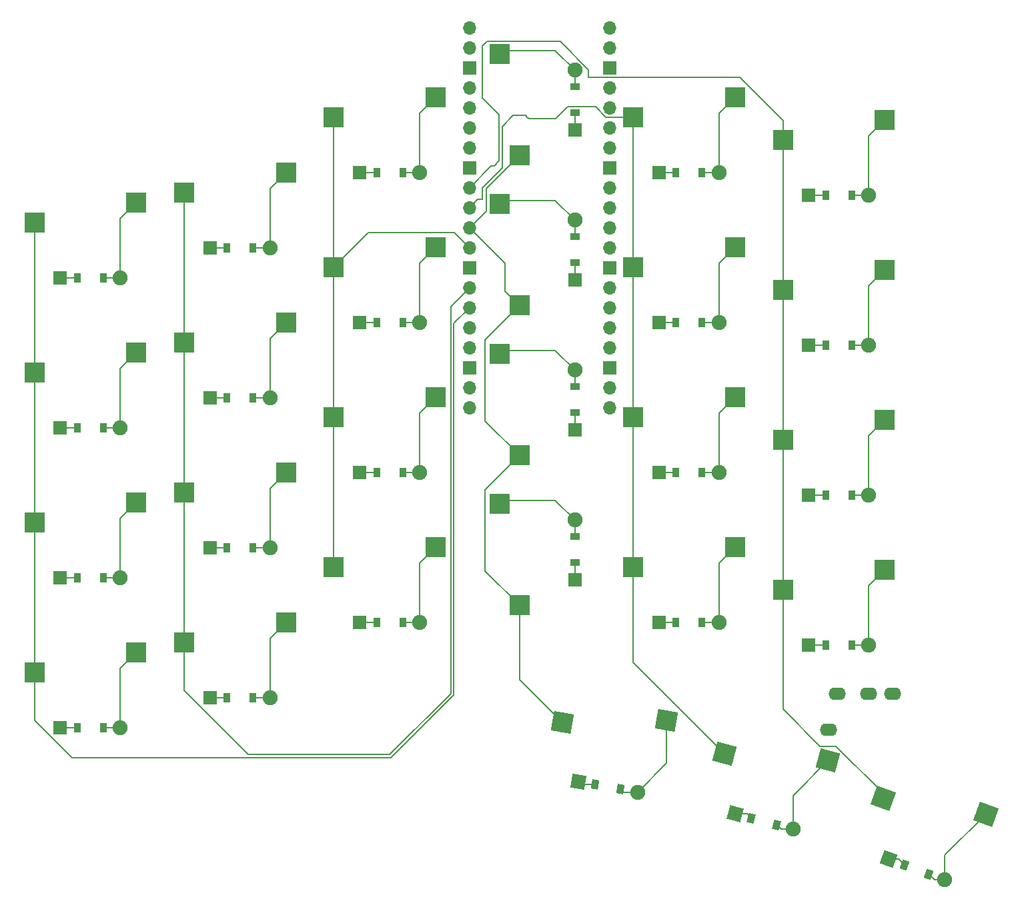
<source format=gbr>
%TF.GenerationSoftware,KiCad,Pcbnew,9.0.3-1.fc42*%
%TF.CreationDate,2025-08-21T15:21:57+02:00*%
%TF.ProjectId,left,6c656674-2e6b-4696-9361-645f70636258,v1.0.0*%
%TF.SameCoordinates,Original*%
%TF.FileFunction,Copper,L2,Bot*%
%TF.FilePolarity,Positive*%
%FSLAX46Y46*%
G04 Gerber Fmt 4.6, Leading zero omitted, Abs format (unit mm)*
G04 Created by KiCad (PCBNEW 9.0.3-1.fc42) date 2025-08-21 15:21:57*
%MOMM*%
%LPD*%
G01*
G04 APERTURE LIST*
G04 Aperture macros list*
%AMRotRect*
0 Rectangle, with rotation*
0 The origin of the aperture is its center*
0 $1 length*
0 $2 width*
0 $3 Rotation angle, in degrees counterclockwise*
0 Add horizontal line*
21,1,$1,$2,0,0,$3*%
G04 Aperture macros list end*
%TA.AperFunction,ComponentPad*%
%ADD10R,1.778000X1.778000*%
%TD*%
%TA.AperFunction,SMDPad,CuDef*%
%ADD11R,0.900000X1.200000*%
%TD*%
%TA.AperFunction,ComponentPad*%
%ADD12C,1.905000*%
%TD*%
%TA.AperFunction,SMDPad,CuDef*%
%ADD13R,2.550000X2.500000*%
%TD*%
%TA.AperFunction,SMDPad,CuDef*%
%ADD14R,2.500000X2.550000*%
%TD*%
%TA.AperFunction,ComponentPad*%
%ADD15O,1.700000X1.700000*%
%TD*%
%TA.AperFunction,ComponentPad*%
%ADD16R,1.700000X1.700000*%
%TD*%
%TA.AperFunction,SMDPad,CuDef*%
%ADD17R,1.200000X0.900000*%
%TD*%
%TA.AperFunction,ComponentPad*%
%ADD18RotRect,1.778000X1.778000X350.000000*%
%TD*%
%TA.AperFunction,SMDPad,CuDef*%
%ADD19RotRect,0.900000X1.200000X350.000000*%
%TD*%
%TA.AperFunction,SMDPad,CuDef*%
%ADD20RotRect,2.550000X2.500000X340.000000*%
%TD*%
%TA.AperFunction,SMDPad,CuDef*%
%ADD21RotRect,2.550000X2.500000X345.000000*%
%TD*%
%TA.AperFunction,ComponentPad*%
%ADD22RotRect,1.778000X1.778000X340.000000*%
%TD*%
%TA.AperFunction,SMDPad,CuDef*%
%ADD23RotRect,0.900000X1.200000X340.000000*%
%TD*%
%TA.AperFunction,ComponentPad*%
%ADD24RotRect,1.778000X1.778000X345.000000*%
%TD*%
%TA.AperFunction,SMDPad,CuDef*%
%ADD25RotRect,0.900000X1.200000X345.000000*%
%TD*%
%TA.AperFunction,SMDPad,CuDef*%
%ADD26RotRect,2.550000X2.500000X350.000000*%
%TD*%
%TA.AperFunction,ComponentPad*%
%ADD27O,2.200000X1.600000*%
%TD*%
%TA.AperFunction,Conductor*%
%ADD28C,0.200000*%
%TD*%
G04 APERTURE END LIST*
D10*
%TO.P,D16,1*%
%TO.N,GP20*%
X141190000Y-132110000D03*
D11*
X143350000Y-132110000D03*
%TO.P,D16,2*%
%TO.N,index_num*%
X146650000Y-132110000D03*
D12*
X148810000Y-132110000D03*
%TD*%
D13*
%TO.P,S20,1*%
%TO.N,GP6*%
X156915000Y-127927500D03*
%TO.P,S20,2*%
%TO.N,inner_num*%
X169842000Y-125387500D03*
%TD*%
D10*
%TO.P,D9,1*%
%TO.N,GP17*%
X103190000Y-189260000D03*
D11*
X105350000Y-189260000D03*
%TO.P,D9,2*%
%TO.N,ring_bottom*%
X108650000Y-189260000D03*
D12*
X110810000Y-189260000D03*
%TD*%
D10*
%TO.P,D15,1*%
%TO.N,GP19*%
X141190000Y-151160000D03*
D11*
X143350000Y-151160000D03*
%TO.P,D15,2*%
%TO.N,index_top*%
X146650000Y-151160000D03*
D12*
X148810000Y-151160000D03*
%TD*%
D13*
%TO.P,S17,1*%
%TO.N,GP6*%
X156915000Y-185077500D03*
%TO.P,S17,2*%
%TO.N,inner_bottom*%
X169842000Y-182537500D03*
%TD*%
D10*
%TO.P,D3,1*%
%TO.N,GP19*%
X65190000Y-164495000D03*
D11*
X67350000Y-164495000D03*
%TO.P,D3,2*%
%TO.N,outer_top*%
X70650000Y-164495000D03*
D12*
X72810000Y-164495000D03*
%TD*%
D10*
%TO.P,D13,1*%
%TO.N,GP17*%
X141190000Y-189260000D03*
D11*
X143350000Y-189260000D03*
%TO.P,D13,2*%
%TO.N,index_bottom*%
X146650000Y-189260000D03*
D12*
X148810000Y-189260000D03*
%TD*%
D14*
%TO.P,S24,1*%
%TO.N,GP8*%
X123460000Y-187082500D03*
%TO.P,S24,2*%
%TO.N,middle_bottom*%
X120920000Y-174155500D03*
%TD*%
D10*
%TO.P,D8,1*%
%TO.N,GP20*%
X84190000Y-141635000D03*
D11*
X86350000Y-141635000D03*
%TO.P,D8,2*%
%TO.N,pinky_num*%
X89650000Y-141635000D03*
D12*
X91810000Y-141635000D03*
%TD*%
D14*
%TO.P,S27,1*%
%TO.N,GP8*%
X123460000Y-129932500D03*
%TO.P,S27,2*%
%TO.N,middle_num*%
X120920000Y-117005500D03*
%TD*%
D15*
%TO.P,_1,1*%
%TO.N,GP0*%
X117110000Y-113717500D03*
%TO.P,_1,2*%
%TO.N,GP1*%
X117110000Y-116257500D03*
D16*
%TO.P,_1,3*%
%TO.N,GND*%
X117110000Y-118797500D03*
D15*
%TO.P,_1,4*%
%TO.N,GP2*%
X117110000Y-121337500D03*
%TO.P,_1,5*%
%TO.N,GP3*%
X117110000Y-123877500D03*
%TO.P,_1,6*%
%TO.N,GP4*%
X117110000Y-126417500D03*
%TO.P,_1,7*%
%TO.N,GP5*%
X117110000Y-128957500D03*
D16*
%TO.P,_1,8*%
%TO.N,GND*%
X117110000Y-131497500D03*
D15*
%TO.P,_1,9*%
%TO.N,GP6*%
X117110000Y-134037500D03*
%TO.P,_1,10*%
%TO.N,GP7*%
X117110000Y-136577500D03*
%TO.P,_1,11*%
%TO.N,GP8*%
X117110000Y-139117500D03*
%TO.P,_1,12*%
%TO.N,GP9*%
X117110000Y-141657500D03*
D16*
%TO.P,_1,13*%
%TO.N,GND*%
X117110000Y-144197500D03*
D15*
%TO.P,_1,14*%
%TO.N,GP10*%
X117110000Y-146737500D03*
%TO.P,_1,15*%
%TO.N,GP11*%
X117110000Y-149277500D03*
%TO.P,_1,16*%
%TO.N,GP12*%
X117110000Y-151817500D03*
%TO.P,_1,17*%
%TO.N,GP13*%
X117110000Y-154357500D03*
D16*
%TO.P,_1,18*%
%TO.N,GND*%
X117110000Y-156897500D03*
D15*
%TO.P,_1,19*%
%TO.N,GP14*%
X117110000Y-159437500D03*
%TO.P,_1,20*%
%TO.N,GP15*%
X117110000Y-161977500D03*
%TO.P,_1,21*%
%TO.N,GP16*%
X134890000Y-161977500D03*
%TO.P,_1,22*%
%TO.N,GP17*%
X134890000Y-159437500D03*
D16*
%TO.P,_1,23*%
%TO.N,GND*%
X134890000Y-156897500D03*
D15*
%TO.P,_1,24*%
%TO.N,GP18*%
X134890000Y-154357500D03*
%TO.P,_1,25*%
%TO.N,GP19*%
X134890000Y-151817500D03*
%TO.P,_1,26*%
%TO.N,GP20*%
X134890000Y-149277500D03*
%TO.P,_1,27*%
%TO.N,GP21*%
X134890000Y-146737500D03*
D16*
%TO.P,_1,28*%
%TO.N,GND*%
X134890000Y-144197500D03*
D15*
%TO.P,_1,29*%
%TO.N,GP22*%
X134890000Y-141657500D03*
%TO.P,_1,30*%
%TO.N,RUN*%
X134890000Y-139117500D03*
%TO.P,_1,31*%
%TO.N,GP26*%
X134890000Y-136577500D03*
%TO.P,_1,32*%
%TO.N,GP27*%
X134890000Y-134037500D03*
D16*
%TO.P,_1,33*%
%TO.N,AGND*%
X134890000Y-131497500D03*
D15*
%TO.P,_1,34*%
%TO.N,GP28*%
X134890000Y-128957500D03*
%TO.P,_1,35*%
%TO.N,ADC_VREF*%
X134890000Y-126417500D03*
%TO.P,_1,36*%
%TO.N,3V3*%
X134890000Y-123877500D03*
%TO.P,_1,37*%
%TO.N,3V3_EN*%
X134890000Y-121337500D03*
D16*
%TO.P,_1,38*%
%TO.N,GND*%
X134890000Y-118797500D03*
D15*
%TO.P,_1,39*%
%TO.N,VSYS*%
X134890000Y-116257500D03*
%TO.P,_1,40*%
%TO.N,VBUS*%
X134890000Y-113717500D03*
%TD*%
D13*
%TO.P,S7,1*%
%TO.N,GP10*%
X80915000Y-153645000D03*
%TO.P,S7,2*%
%TO.N,pinky_top*%
X93842000Y-151105000D03*
%TD*%
D10*
%TO.P,D11,1*%
%TO.N,GP19*%
X103190000Y-151160000D03*
D11*
X105350000Y-151160000D03*
%TO.P,D11,2*%
%TO.N,ring_top*%
X108650000Y-151160000D03*
D12*
X110810000Y-151160000D03*
%TD*%
D13*
%TO.P,S5,1*%
%TO.N,GP10*%
X80915000Y-191745000D03*
%TO.P,S5,2*%
%TO.N,pinky_bottom*%
X93842000Y-189205000D03*
%TD*%
%TO.P,S10,1*%
%TO.N,GP9*%
X99915000Y-163170000D03*
%TO.P,S10,2*%
%TO.N,ring_home*%
X112842000Y-160630000D03*
%TD*%
%TO.P,S18,1*%
%TO.N,GP6*%
X156915000Y-166027500D03*
%TO.P,S18,2*%
%TO.N,inner_home*%
X169842000Y-163487500D03*
%TD*%
D10*
%TO.P,D24,1*%
%TO.N,GP17*%
X130500000Y-183807500D03*
D17*
X130500000Y-181647500D03*
%TO.P,D24,2*%
%TO.N,middle_bottom*%
X130500000Y-178347500D03*
D12*
X130500000Y-176187500D03*
%TD*%
D10*
%TO.P,D6,1*%
%TO.N,GP18*%
X84190000Y-179735000D03*
D11*
X86350000Y-179735000D03*
%TO.P,D6,2*%
%TO.N,pinky_home*%
X89650000Y-179735000D03*
D12*
X91810000Y-179735000D03*
%TD*%
D13*
%TO.P,S11,1*%
%TO.N,GP9*%
X99915000Y-144120000D03*
%TO.P,S11,2*%
%TO.N,ring_top*%
X112842000Y-141580000D03*
%TD*%
D10*
%TO.P,D17,1*%
%TO.N,GP17*%
X160190000Y-192117500D03*
D11*
X162350000Y-192117500D03*
%TO.P,D17,2*%
%TO.N,inner_bottom*%
X165650000Y-192117500D03*
D12*
X167810000Y-192117500D03*
%TD*%
D13*
%TO.P,S12,1*%
%TO.N,GP9*%
X99915000Y-125070000D03*
%TO.P,S12,2*%
%TO.N,ring_num*%
X112842000Y-122530000D03*
%TD*%
%TO.P,S16,1*%
%TO.N,GP7*%
X137915000Y-125070000D03*
%TO.P,S16,2*%
%TO.N,index_num*%
X150842000Y-122530000D03*
%TD*%
D10*
%TO.P,D26,1*%
%TO.N,GP19*%
X130500000Y-145707500D03*
D17*
X130500000Y-143547500D03*
%TO.P,D26,2*%
%TO.N,middle_top*%
X130500000Y-140247500D03*
D12*
X130500000Y-138087500D03*
%TD*%
D13*
%TO.P,S8,1*%
%TO.N,GP10*%
X80915000Y-134595000D03*
%TO.P,S8,2*%
%TO.N,pinky_num*%
X93842000Y-132055000D03*
%TD*%
D10*
%TO.P,D5,1*%
%TO.N,GP17*%
X84190000Y-198785000D03*
D11*
X86350000Y-198785000D03*
%TO.P,D5,2*%
%TO.N,pinky_bottom*%
X89650000Y-198785000D03*
D12*
X91810000Y-198785000D03*
%TD*%
D14*
%TO.P,S25,1*%
%TO.N,GP8*%
X123460000Y-168032500D03*
%TO.P,S25,2*%
%TO.N,middle_home*%
X120920000Y-155105500D03*
%TD*%
D10*
%TO.P,D25,1*%
%TO.N,GP18*%
X130500000Y-164757500D03*
D17*
X130500000Y-162597500D03*
%TO.P,D25,2*%
%TO.N,middle_home*%
X130500000Y-159297500D03*
D12*
X130500000Y-157137500D03*
%TD*%
D18*
%TO.P,D21,1*%
%TO.N,GP16*%
X130941463Y-209485035D03*
D19*
X133068650Y-209860116D03*
%TO.P,D21,2*%
%TO.N,tuck_only*%
X136318516Y-210433154D03*
D12*
X138445703Y-210808235D03*
%TD*%
D10*
%TO.P,D20,1*%
%TO.N,GP20*%
X160190000Y-134967500D03*
D11*
X162350000Y-134967500D03*
%TO.P,D20,2*%
%TO.N,inner_num*%
X165650000Y-134967500D03*
D12*
X167810000Y-134967500D03*
%TD*%
D10*
%TO.P,D10,1*%
%TO.N,GP18*%
X103190000Y-170210000D03*
D11*
X105350000Y-170210000D03*
%TO.P,D10,2*%
%TO.N,ring_home*%
X108650000Y-170210000D03*
D12*
X110810000Y-170210000D03*
%TD*%
D10*
%TO.P,D27,1*%
%TO.N,GP20*%
X130500000Y-126657500D03*
D17*
X130500000Y-124497500D03*
%TO.P,D27,2*%
%TO.N,middle_num*%
X130500000Y-121197500D03*
D12*
X130500000Y-119037500D03*
%TD*%
D13*
%TO.P,S2,1*%
%TO.N,GP11*%
X61915000Y-176505000D03*
%TO.P,S2,2*%
%TO.N,outer_home*%
X74842000Y-173965000D03*
%TD*%
D20*
%TO.P,S23,1*%
%TO.N,GP6*%
X169625248Y-211606655D03*
%TO.P,S23,2*%
%TO.N,reach_only*%
X182641386Y-213641130D03*
%TD*%
D10*
%TO.P,D19,1*%
%TO.N,GP19*%
X160190000Y-154017500D03*
D11*
X162350000Y-154017500D03*
%TO.P,D19,2*%
%TO.N,inner_top*%
X165650000Y-154017500D03*
D12*
X167810000Y-154017500D03*
%TD*%
D10*
%TO.P,D18,1*%
%TO.N,GP18*%
X160190000Y-173067500D03*
D11*
X162350000Y-173067500D03*
%TO.P,D18,2*%
%TO.N,inner_home*%
X165650000Y-173067500D03*
D12*
X167810000Y-173067500D03*
%TD*%
D21*
%TO.P,S22,1*%
%TO.N,GP7*%
X149492058Y-205906766D03*
%TO.P,S22,2*%
%TO.N,center_only*%
X162635981Y-206799069D03*
%TD*%
D14*
%TO.P,S26,1*%
%TO.N,GP8*%
X123460000Y-148982500D03*
%TO.P,S26,2*%
%TO.N,middle_top*%
X120920000Y-136055500D03*
%TD*%
D10*
%TO.P,D4,1*%
%TO.N,GP20*%
X65190000Y-145445000D03*
D11*
X67350000Y-145445000D03*
%TO.P,D4,2*%
%TO.N,outer_num*%
X70650000Y-145445000D03*
D12*
X72810000Y-145445000D03*
%TD*%
D13*
%TO.P,S6,1*%
%TO.N,GP10*%
X80915000Y-172695000D03*
%TO.P,S6,2*%
%TO.N,pinky_home*%
X93842000Y-170155000D03*
%TD*%
D10*
%TO.P,D1,1*%
%TO.N,GP17*%
X65190000Y-202595000D03*
D11*
X67350000Y-202595000D03*
%TO.P,D1,2*%
%TO.N,outer_bottom*%
X70650000Y-202595000D03*
D12*
X72810000Y-202595000D03*
%TD*%
D10*
%TO.P,D2,1*%
%TO.N,GP18*%
X65190000Y-183545000D03*
D11*
X67350000Y-183545000D03*
%TO.P,D2,2*%
%TO.N,outer_home*%
X70650000Y-183545000D03*
D12*
X72810000Y-183545000D03*
%TD*%
D13*
%TO.P,S1,1*%
%TO.N,GP11*%
X61915000Y-195555000D03*
%TO.P,S1,2*%
%TO.N,outer_bottom*%
X74842000Y-193015000D03*
%TD*%
%TO.P,S14,1*%
%TO.N,GP7*%
X137915000Y-163170000D03*
%TO.P,S14,2*%
%TO.N,index_home*%
X150842000Y-160630000D03*
%TD*%
D10*
%TO.P,D12,1*%
%TO.N,GP20*%
X103190000Y-132110000D03*
D11*
X105350000Y-132110000D03*
%TO.P,D12,2*%
%TO.N,ring_num*%
X108650000Y-132110000D03*
D12*
X110810000Y-132110000D03*
%TD*%
D13*
%TO.P,S9,1*%
%TO.N,GP9*%
X99915000Y-182220000D03*
%TO.P,S9,2*%
%TO.N,ring_bottom*%
X112842000Y-179680000D03*
%TD*%
D22*
%TO.P,D23,1*%
%TO.N,GP16*%
X170294919Y-219342207D03*
D23*
X172324655Y-220080971D03*
%TO.P,D23,2*%
%TO.N,reach_only*%
X175425641Y-221209637D03*
D12*
X177455377Y-221948401D03*
%TD*%
D24*
%TO.P,D22,1*%
%TO.N,GP16*%
X150833380Y-213554515D03*
D25*
X152919779Y-214113567D03*
%TO.P,D22,2*%
%TO.N,center_only*%
X156107335Y-214967667D03*
D12*
X158193734Y-215526719D03*
%TD*%
D13*
%TO.P,S3,1*%
%TO.N,GP11*%
X61915000Y-157455000D03*
%TO.P,S3,2*%
%TO.N,outer_top*%
X74842000Y-154915000D03*
%TD*%
D10*
%TO.P,D7,1*%
%TO.N,GP19*%
X84190000Y-160685000D03*
D11*
X86350000Y-160685000D03*
%TO.P,D7,2*%
%TO.N,pinky_top*%
X89650000Y-160685000D03*
D12*
X91810000Y-160685000D03*
%TD*%
D13*
%TO.P,S4,1*%
%TO.N,GP11*%
X61915000Y-138405000D03*
%TO.P,S4,2*%
%TO.N,outer_num*%
X74842000Y-135865000D03*
%TD*%
D26*
%TO.P,S21,1*%
%TO.N,GP8*%
X128938703Y-201983291D03*
%TO.P,S21,2*%
%TO.N,tuck_only*%
X142110380Y-201726629D03*
%TD*%
D13*
%TO.P,S19,1*%
%TO.N,GP6*%
X156915000Y-146977500D03*
%TO.P,S19,2*%
%TO.N,inner_top*%
X169842000Y-144437500D03*
%TD*%
D10*
%TO.P,D14,1*%
%TO.N,GP18*%
X141190000Y-170210000D03*
D11*
X143350000Y-170210000D03*
%TO.P,D14,2*%
%TO.N,index_home*%
X146650000Y-170210000D03*
D12*
X148810000Y-170210000D03*
%TD*%
D13*
%TO.P,S15,1*%
%TO.N,GP7*%
X137915000Y-144120000D03*
%TO.P,S15,2*%
%TO.N,index_top*%
X150842000Y-141580000D03*
%TD*%
%TO.P,S13,1*%
%TO.N,GP7*%
X137915000Y-182220000D03*
%TO.P,S13,2*%
%TO.N,index_bottom*%
X150842000Y-179680000D03*
%TD*%
D27*
%TO.P,TRRS1,2*%
%TO.N,GND*%
X170800000Y-198317500D03*
%TO.P,TRRS1,3*%
%TO.N,GP1*%
X167800000Y-198317500D03*
%TO.P,TRRS1,4*%
%TO.N,3V3*%
X163800000Y-198317500D03*
%TO.P,TRRS1,5*%
%TO.N,GP0*%
X162700000Y-202917500D03*
%TD*%
D28*
%TO.N,GP11*%
X115151000Y-198476533D02*
X107191766Y-206435767D01*
X61915000Y-195555000D02*
X61915000Y-138405000D01*
X115151000Y-151236500D02*
X115151000Y-198476533D01*
X61915000Y-201700000D02*
X61915000Y-195555000D01*
X66650767Y-206435767D02*
X61915000Y-201700000D01*
X107191766Y-206435767D02*
X66650767Y-206435767D01*
X117110000Y-149277500D02*
X115151000Y-151236500D01*
%TO.N,outer_bottom*%
X74842000Y-193015000D02*
X72810000Y-195047000D01*
X72810000Y-202595000D02*
X70650000Y-202595000D01*
X72810000Y-195047000D02*
X72810000Y-202595000D01*
%TO.N,outer_home*%
X74842000Y-173965000D02*
X72810000Y-175997000D01*
X70650000Y-183545000D02*
X72810000Y-183545000D01*
X72810000Y-175997000D02*
X72810000Y-183545000D01*
%TO.N,outer_top*%
X74842000Y-154915000D02*
X72810000Y-156947000D01*
X72810000Y-164495000D02*
X70650000Y-164495000D01*
X72810000Y-156947000D02*
X72810000Y-164495000D01*
%TO.N,outer_num*%
X72810000Y-145445000D02*
X70650000Y-145445000D01*
X74842000Y-135865000D02*
X72810000Y-137897000D01*
X72810000Y-137897000D02*
X72810000Y-145445000D01*
%TO.N,GP10*%
X89059767Y-206034767D02*
X107025666Y-206034767D01*
X114750000Y-149097500D02*
X117110000Y-146737500D01*
X80915000Y-191745000D02*
X80915000Y-197890000D01*
X114750000Y-198310433D02*
X114750000Y-149097500D01*
X80915000Y-197890000D02*
X89059767Y-206034767D01*
X80915000Y-191745000D02*
X80915000Y-134595000D01*
X107025666Y-206034767D02*
X114750000Y-198310433D01*
%TO.N,pinky_bottom*%
X93842000Y-189205000D02*
X91810000Y-191237000D01*
X89650000Y-198785000D02*
X91810000Y-198785000D01*
X91810000Y-191237000D02*
X91810000Y-198785000D01*
%TO.N,pinky_home*%
X91810000Y-179735000D02*
X89650000Y-179735000D01*
X91810000Y-172187000D02*
X91810000Y-179735000D01*
X93842000Y-170155000D02*
X91810000Y-172187000D01*
%TO.N,pinky_top*%
X93842000Y-151105000D02*
X91810000Y-153137000D01*
X91810000Y-153137000D02*
X91810000Y-160685000D01*
X91810000Y-160685000D02*
X89650000Y-160685000D01*
%TO.N,pinky_num*%
X91810000Y-141635000D02*
X89650000Y-141635000D01*
X93842000Y-132055000D02*
X91810000Y-134087000D01*
X91810000Y-134087000D02*
X91810000Y-141635000D01*
%TO.N,GP9*%
X99915000Y-144120000D02*
X104306000Y-139729000D01*
X104306000Y-139729000D02*
X115181500Y-139729000D01*
X99915000Y-182220000D02*
X99915000Y-125070000D01*
X115181500Y-139729000D02*
X117110000Y-141657500D01*
%TO.N,ring_bottom*%
X108650000Y-189260000D02*
X110810000Y-189260000D01*
X110810000Y-181712000D02*
X110810000Y-189260000D01*
X112842000Y-179680000D02*
X110810000Y-181712000D01*
%TO.N,ring_home*%
X112842000Y-160630000D02*
X110810000Y-162662000D01*
X110810000Y-162662000D02*
X110810000Y-170210000D01*
X110810000Y-170210000D02*
X108650000Y-170210000D01*
%TO.N,ring_top*%
X112842000Y-141580000D02*
X110810000Y-143612000D01*
X110810000Y-143612000D02*
X110810000Y-151160000D01*
X110810000Y-151160000D02*
X108650000Y-151160000D01*
%TO.N,ring_num*%
X108650000Y-132110000D02*
X110810000Y-132110000D01*
X112842000Y-122530000D02*
X110810000Y-124562000D01*
X110810000Y-124562000D02*
X110810000Y-132110000D01*
%TO.N,GP7*%
X124226709Y-124806500D02*
X122693291Y-124806500D01*
X137915000Y-125070000D02*
X137735000Y-125250000D01*
X118750000Y-134075400D02*
X118750000Y-135500000D01*
X129599000Y-123746500D02*
X133131240Y-123746500D01*
X134454740Y-125070000D02*
X137915000Y-125070000D01*
X121287700Y-131537700D02*
X118750000Y-134075400D01*
X128097000Y-125248500D02*
X129599000Y-123746500D01*
X133131240Y-123746500D02*
X134454740Y-125070000D01*
X121287700Y-126212091D02*
X121287700Y-131537700D01*
X124668710Y-125248500D02*
X128097000Y-125248500D01*
X124670209Y-125250000D02*
X124460105Y-125039895D01*
X118187500Y-135500000D02*
X117110000Y-136577500D01*
X137915000Y-182220000D02*
X137915000Y-194329708D01*
X137915000Y-194329708D02*
X149492058Y-205906766D01*
X118750000Y-135500000D02*
X118187500Y-135500000D01*
X122693291Y-124806500D02*
X121287700Y-126212091D01*
X124460105Y-125039895D02*
X124226709Y-124806500D01*
X137915000Y-125070000D02*
X137915000Y-182220000D01*
X124460105Y-125039895D02*
X124668710Y-125248500D01*
%TO.N,index_bottom*%
X148810000Y-189260000D02*
X146650000Y-189260000D01*
X150842000Y-179680000D02*
X148810000Y-181712000D01*
X148810000Y-181712000D02*
X148810000Y-189260000D01*
%TO.N,index_home*%
X148810000Y-170210000D02*
X146650000Y-170210000D01*
X148810000Y-162662000D02*
X148810000Y-170210000D01*
X150842000Y-160630000D02*
X148810000Y-162662000D01*
%TO.N,index_top*%
X150842000Y-141580000D02*
X148810000Y-143612000D01*
X146650000Y-151160000D02*
X148810000Y-151160000D01*
X148810000Y-143612000D02*
X148810000Y-151160000D01*
%TO.N,index_num*%
X150842000Y-122530000D02*
X148810000Y-124562000D01*
X148810000Y-124562000D02*
X148810000Y-132110000D01*
X148810000Y-132110000D02*
X146650000Y-132110000D01*
%TO.N,GP6*%
X156915000Y-200272397D02*
X161603270Y-204960667D01*
X163655750Y-204960667D02*
X169625248Y-210930165D01*
X120886700Y-130613300D02*
X120250000Y-131250000D01*
X118750000Y-116048500D02*
X118750000Y-122613300D01*
X120250000Y-131250000D02*
X119897500Y-131250000D01*
X156915000Y-127927500D02*
X156915000Y-185077500D01*
X156915000Y-185077500D02*
X156915000Y-200272397D01*
X151439000Y-120000000D02*
X132250000Y-120000000D01*
X156915000Y-125476000D02*
X151439000Y-120000000D01*
X169625248Y-210930165D02*
X169625248Y-211606655D01*
X132250000Y-120000000D02*
X132250000Y-119014783D01*
X119897500Y-131250000D02*
X117110000Y-134037500D01*
X120886700Y-124750000D02*
X120886700Y-130613300D01*
X128664717Y-115429500D02*
X119369000Y-115429500D01*
X161603270Y-204960667D02*
X163655750Y-204960667D01*
X156915000Y-127927500D02*
X156915000Y-125476000D01*
X119369000Y-115429500D02*
X118750000Y-116048500D01*
X118750000Y-122613300D02*
X120886700Y-124750000D01*
X132250000Y-119014783D02*
X128664717Y-115429500D01*
%TO.N,inner_bottom*%
X167810000Y-192117500D02*
X165650000Y-192117500D01*
X167810000Y-184569500D02*
X167810000Y-192117500D01*
X169842000Y-182537500D02*
X167810000Y-184569500D01*
%TO.N,inner_home*%
X167810000Y-173067500D02*
X165650000Y-173067500D01*
X167810000Y-165519500D02*
X167810000Y-173067500D01*
X169842000Y-163487500D02*
X167810000Y-165519500D01*
%TO.N,inner_top*%
X167810000Y-146469500D02*
X167810000Y-154017500D01*
X169842000Y-144437500D02*
X167810000Y-146469500D01*
X167810000Y-154017500D02*
X165650000Y-154017500D01*
%TO.N,inner_num*%
X167810000Y-127419500D02*
X167810000Y-134967500D01*
X165650000Y-134967500D02*
X167810000Y-134967500D01*
X169842000Y-125387500D02*
X167810000Y-127419500D01*
%TO.N,GP8*%
X119069000Y-172423500D02*
X119069000Y-182691500D01*
X119250000Y-136977500D02*
X117110000Y-139117500D01*
X121609000Y-147131500D02*
X121609000Y-143616500D01*
X123460000Y-148982500D02*
X119069000Y-153373500D01*
X123460000Y-148982500D02*
X121609000Y-147131500D01*
X119069000Y-182691500D02*
X123460000Y-187082500D01*
X119069000Y-163641500D02*
X123460000Y-168032500D01*
X119069000Y-153373500D02*
X119069000Y-163641500D01*
X123460000Y-129932500D02*
X119250000Y-134142500D01*
X119250000Y-134142500D02*
X119250000Y-136977500D01*
X123460000Y-168032500D02*
X119069000Y-172423500D01*
X121609000Y-143616500D02*
X117110000Y-139117500D01*
X123460000Y-187082500D02*
X123460000Y-196504588D01*
X123460000Y-196504588D02*
X128938703Y-201983291D01*
%TO.N,tuck_only*%
X142110380Y-201726629D02*
X142110380Y-207143556D01*
X136693597Y-210808235D02*
X136318516Y-210433154D01*
X142110380Y-207143556D02*
X138445701Y-210808235D01*
X138445701Y-210808235D02*
X136693597Y-210808235D01*
%TO.N,center_only*%
X156666385Y-215526718D02*
X156107335Y-214967668D01*
X158193734Y-211241316D02*
X158193734Y-215526718D01*
X158193734Y-215526718D02*
X156666385Y-215526718D01*
X162635981Y-206799069D02*
X158193734Y-211241316D01*
%TO.N,reach_only*%
X175425641Y-221209637D02*
X176164405Y-221948401D01*
X182641386Y-213641130D02*
X177455377Y-218827139D01*
X177455377Y-218827139D02*
X177455377Y-221948401D01*
X176164405Y-221948401D02*
X177455377Y-221948401D01*
%TO.N,middle_bottom*%
X128028100Y-173715600D02*
X130500000Y-176187500D01*
X121359900Y-173715600D02*
X128028100Y-173715600D01*
X120920000Y-174155500D02*
X121359900Y-173715600D01*
X130500000Y-178347500D02*
X130500000Y-176187500D01*
%TO.N,middle_home*%
X130500000Y-157137500D02*
X130500000Y-159297500D01*
X121359900Y-154665600D02*
X128028100Y-154665600D01*
X128028100Y-154665600D02*
X130500000Y-157137500D01*
X120920000Y-155105500D02*
X121359900Y-154665600D01*
%TO.N,middle_top*%
X121359900Y-135615600D02*
X128028100Y-135615600D01*
X130500000Y-138087500D02*
X130500000Y-140247500D01*
X128028100Y-135615600D02*
X130500000Y-138087500D01*
X120920000Y-136055500D02*
X121359900Y-135615600D01*
%TO.N,middle_num*%
X128028100Y-116565600D02*
X130500000Y-119037500D01*
X121359900Y-116565600D02*
X128028100Y-116565600D01*
X120920000Y-117005500D02*
X121359900Y-116565600D01*
X130500000Y-119037500D02*
X130500000Y-121197500D01*
%TO.N,GP17*%
X84190000Y-198785000D02*
X86350000Y-198785000D01*
X103190000Y-189260000D02*
X105350000Y-189260000D01*
X65190000Y-202595000D02*
X67350000Y-202595000D01*
X162350000Y-192117500D02*
X160190000Y-192117500D01*
X130500000Y-183807500D02*
X130500000Y-181647500D01*
X143350000Y-189260000D02*
X141190000Y-189260000D01*
%TO.N,GP18*%
X105350000Y-170210000D02*
X103190000Y-170210000D01*
X130500000Y-162597500D02*
X130500000Y-164757500D01*
X143350000Y-170210000D02*
X141190000Y-170210000D01*
X86350000Y-179735000D02*
X84190000Y-179735000D01*
X65190000Y-183545000D02*
X67350000Y-183545000D01*
X162350000Y-173067500D02*
X160190000Y-173067500D01*
%TO.N,GP19*%
X105350000Y-151160000D02*
X103190000Y-151160000D01*
X162350000Y-154017500D02*
X160190000Y-154017500D01*
X67350000Y-164495000D02*
X65190000Y-164495000D01*
X141190000Y-151160000D02*
X143350000Y-151160000D01*
X130500000Y-145707500D02*
X130500000Y-143547500D01*
X86350000Y-160685000D02*
X84190000Y-160685000D01*
%TO.N,GP20*%
X143350000Y-132110000D02*
X141190000Y-132110000D01*
X130500000Y-124497500D02*
X130500000Y-126657500D01*
X160190000Y-134967500D02*
X162350000Y-134967500D01*
X84190000Y-141635000D02*
X86350000Y-141635000D01*
X103190000Y-132110000D02*
X105350000Y-132110000D01*
X65190000Y-145445000D02*
X67350000Y-145445000D01*
%TO.N,GP16*%
X152919779Y-214113566D02*
X152360729Y-213554516D01*
X152360729Y-213554516D02*
X150833380Y-213554516D01*
X171585891Y-219342207D02*
X170294919Y-219342207D01*
X133068650Y-209860116D02*
X131316546Y-209860116D01*
X131316546Y-209860116D02*
X130941465Y-209485035D01*
X172324655Y-220080971D02*
X171585891Y-219342207D01*
%TD*%
M02*

</source>
